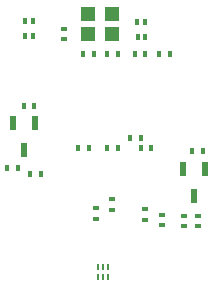
<source format=gbp>
%FSTAX23Y23*%
%MOIN*%
%SFA1B1*%

%IPPOS*%
%ADD20R,0.019680X0.047240*%
%ADD47R,0.011810X0.023620*%
%ADD48R,0.015750X0.019680*%
%ADD49R,0.019680X0.015750*%
%ADD50R,0.051180X0.047240*%
%ADD51R,0.008820X0.023030*%
%LNusb2uart-1*%
%LPD*%
G54D20*
X00805Y00345D03*
X00767Y00435D03*
X00842D03*
X00237Y005D03*
X002Y0059D03*
X00274D03*
G54D47*
X00241Y0093D03*
X00267D03*
X00267Y0088D03*
X00242D03*
X00642Y00925D03*
X00616D03*
X00642Y00875D03*
X00617D03*
G54D48*
X00799Y00495D03*
X00835D03*
X00273Y00645D03*
X00239D03*
X00183Y0044D03*
X00217D03*
X00259Y0042D03*
X00295D03*
X00643Y0082D03*
X00609D03*
X00725D03*
X00689D03*
X00436D03*
X00472D03*
X0055D03*
X00514D03*
X00516Y00505D03*
X0055D03*
X00455D03*
X00419D03*
X00627D03*
X0066D03*
X00591Y0054D03*
X00627D03*
G54D49*
X00817Y0028D03*
Y00245D03*
X00772D03*
Y00278D03*
X00372Y0087D03*
Y00903D03*
X00532Y00301D03*
Y00335D03*
X00697Y00283D03*
Y0025D03*
X00477Y00305D03*
X00477Y0027D03*
X00642Y00302D03*
Y00267D03*
G54D50*
X00451Y00953D03*
X00533D03*
Y00886D03*
X00451D03*
G54D51*
X00486Y0011D03*
X00502D03*
X00518D03*
Y00077D03*
X00502D03*
X00486D03*
M02*
</source>
